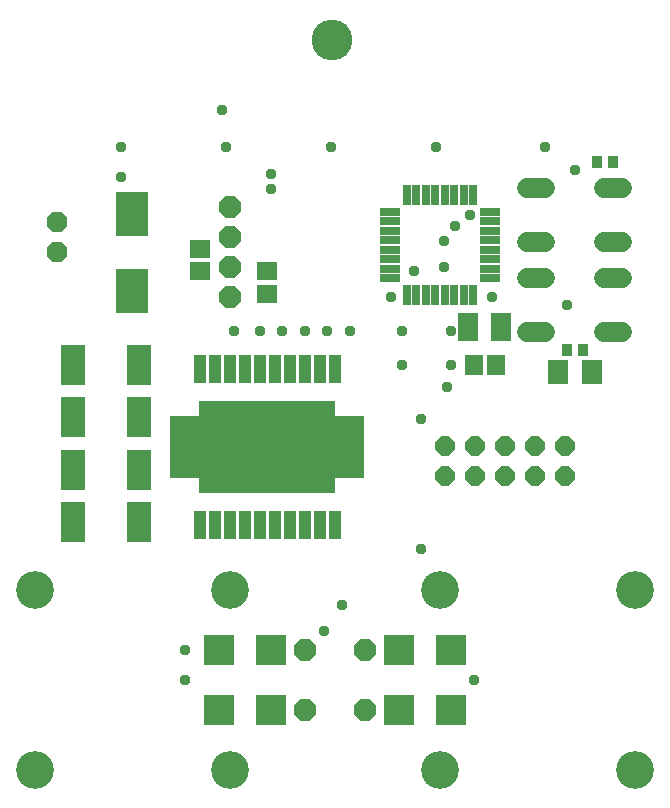
<source format=gts>
G75*
%MOIN*%
%OFA0B0*%
%FSLAX25Y25*%
%IPPOS*%
%LPD*%
%AMOC8*
5,1,8,0,0,1.08239X$1,22.5*
%
%ADD10C,0.13595*%
%ADD11OC8,0.06800*%
%ADD12R,0.06600X0.02800*%
%ADD13R,0.02800X0.06600*%
%ADD14R,0.03950X0.09461*%
%ADD15R,0.45800X0.30800*%
%ADD16R,0.08800X0.20800*%
%ADD17R,0.01600X0.20800*%
%ADD18R,0.07887X0.13398*%
%ADD19R,0.10249X0.10249*%
%ADD20R,0.10643X0.14580*%
%ADD21R,0.06706X0.05918*%
%ADD22OC8,0.07400*%
%ADD23R,0.05918X0.06706*%
%ADD24R,0.07099X0.09461*%
%ADD25R,0.03556X0.04343*%
%ADD26C,0.06800*%
%ADD27C,0.12611*%
%ADD28R,0.07099X0.07898*%
%ADD29OC8,0.06400*%
%ADD30C,0.03778*%
D10*
X0182973Y0277206D03*
D11*
X0091300Y0216300D03*
X0091300Y0206300D03*
D12*
X0202100Y0207200D03*
X0202100Y0204100D03*
X0202100Y0200900D03*
X0202100Y0197800D03*
X0202100Y0210400D03*
X0202100Y0213500D03*
X0202100Y0216700D03*
X0202100Y0219800D03*
X0235500Y0219800D03*
X0235500Y0216700D03*
X0235500Y0213500D03*
X0235500Y0210400D03*
X0235500Y0207200D03*
X0235500Y0204100D03*
X0235500Y0200900D03*
X0235500Y0197800D03*
D13*
X0229800Y0192100D03*
X0226700Y0192100D03*
X0223500Y0192100D03*
X0220400Y0192100D03*
X0217200Y0192100D03*
X0214100Y0192100D03*
X0210900Y0192100D03*
X0207800Y0192100D03*
X0207800Y0225500D03*
X0210900Y0225500D03*
X0214100Y0225500D03*
X0217200Y0225500D03*
X0220400Y0225500D03*
X0223500Y0225500D03*
X0226700Y0225500D03*
X0229800Y0225500D03*
D14*
X0183800Y0167284D03*
X0178800Y0167284D03*
X0173800Y0167284D03*
X0168800Y0167284D03*
X0163800Y0167284D03*
X0158800Y0167284D03*
X0153800Y0167284D03*
X0148800Y0167284D03*
X0143800Y0167284D03*
X0138800Y0167284D03*
X0138800Y0115316D03*
X0143800Y0115316D03*
X0148800Y0115316D03*
X0153800Y0115316D03*
X0158800Y0115316D03*
X0163800Y0115316D03*
X0168800Y0115316D03*
X0173800Y0115316D03*
X0178800Y0115316D03*
X0183800Y0115316D03*
D15*
X0161300Y0141300D03*
D16*
X0133300Y0141300D03*
X0189300Y0141300D03*
D17*
X0184500Y0141300D03*
X0138100Y0141300D03*
D18*
X0118574Y0133800D03*
X0118574Y0116300D03*
X0096526Y0116300D03*
X0096526Y0133800D03*
X0096526Y0151300D03*
X0118574Y0151300D03*
X0118574Y0168800D03*
X0096526Y0168800D03*
D19*
X0145139Y0073800D03*
X0162461Y0073800D03*
X0162461Y0053800D03*
X0145139Y0053800D03*
X0205139Y0053800D03*
X0222461Y0053800D03*
X0222461Y0073800D03*
X0205139Y0073800D03*
D20*
X0116300Y0193505D03*
X0116300Y0219095D03*
D21*
X0138800Y0207540D03*
X0138800Y0200060D03*
X0161300Y0200040D03*
X0161300Y0192560D03*
D22*
X0148800Y0191300D03*
X0148800Y0201300D03*
X0148800Y0211300D03*
X0148800Y0221300D03*
X0173800Y0073800D03*
X0193800Y0073800D03*
X0193800Y0053800D03*
X0173800Y0053800D03*
D23*
X0230060Y0168800D03*
X0237540Y0168800D03*
D24*
X0239312Y0181300D03*
X0228288Y0181300D03*
D25*
X0261241Y0173800D03*
X0266359Y0173800D03*
X0271241Y0236300D03*
X0276359Y0236300D03*
D26*
X0273600Y0227700D02*
X0279600Y0227700D01*
X0279600Y0209900D02*
X0273600Y0209900D01*
X0273600Y0197700D02*
X0279600Y0197700D01*
X0279600Y0179900D02*
X0273600Y0179900D01*
X0254000Y0179900D02*
X0248000Y0179900D01*
X0248000Y0197700D02*
X0254000Y0197700D01*
X0254000Y0209900D02*
X0248000Y0209900D01*
X0248000Y0227700D02*
X0254000Y0227700D01*
D27*
X0083800Y0033800D03*
X0148800Y0033800D03*
X0218800Y0033800D03*
X0283800Y0033800D03*
X0283800Y0093800D03*
X0218800Y0093800D03*
X0148800Y0093800D03*
X0083800Y0093800D03*
D28*
X0258202Y0166300D03*
X0269398Y0166300D03*
D29*
X0260591Y0141910D03*
X0250591Y0141910D03*
X0240591Y0141910D03*
X0230591Y0141910D03*
X0220591Y0141910D03*
X0220591Y0131910D03*
X0230591Y0131910D03*
X0240591Y0131910D03*
X0250591Y0131910D03*
X0260591Y0131910D03*
D30*
X0221300Y0161300D03*
X0222550Y0168800D03*
X0222550Y0180050D03*
X0206300Y0180050D03*
X0206300Y0168800D03*
X0188800Y0180050D03*
X0181300Y0180050D03*
X0173800Y0180050D03*
X0166300Y0180050D03*
X0158800Y0180050D03*
X0150050Y0180050D03*
X0202550Y0191300D03*
X0210050Y0200050D03*
X0220050Y0201300D03*
X0220050Y0210050D03*
X0223800Y0215050D03*
X0228800Y0218800D03*
X0217550Y0241300D03*
X0182550Y0241300D03*
X0162550Y0232550D03*
X0162550Y0227550D03*
X0147550Y0241300D03*
X0146300Y0253800D03*
X0112550Y0241300D03*
X0112550Y0231300D03*
X0212550Y0150811D03*
X0261300Y0188800D03*
X0236300Y0191300D03*
X0263800Y0233800D03*
X0253800Y0241300D03*
X0212550Y0107550D03*
X0186300Y0088800D03*
X0180050Y0080050D03*
X0133800Y0073800D03*
X0133800Y0063800D03*
X0230050Y0063800D03*
M02*

</source>
